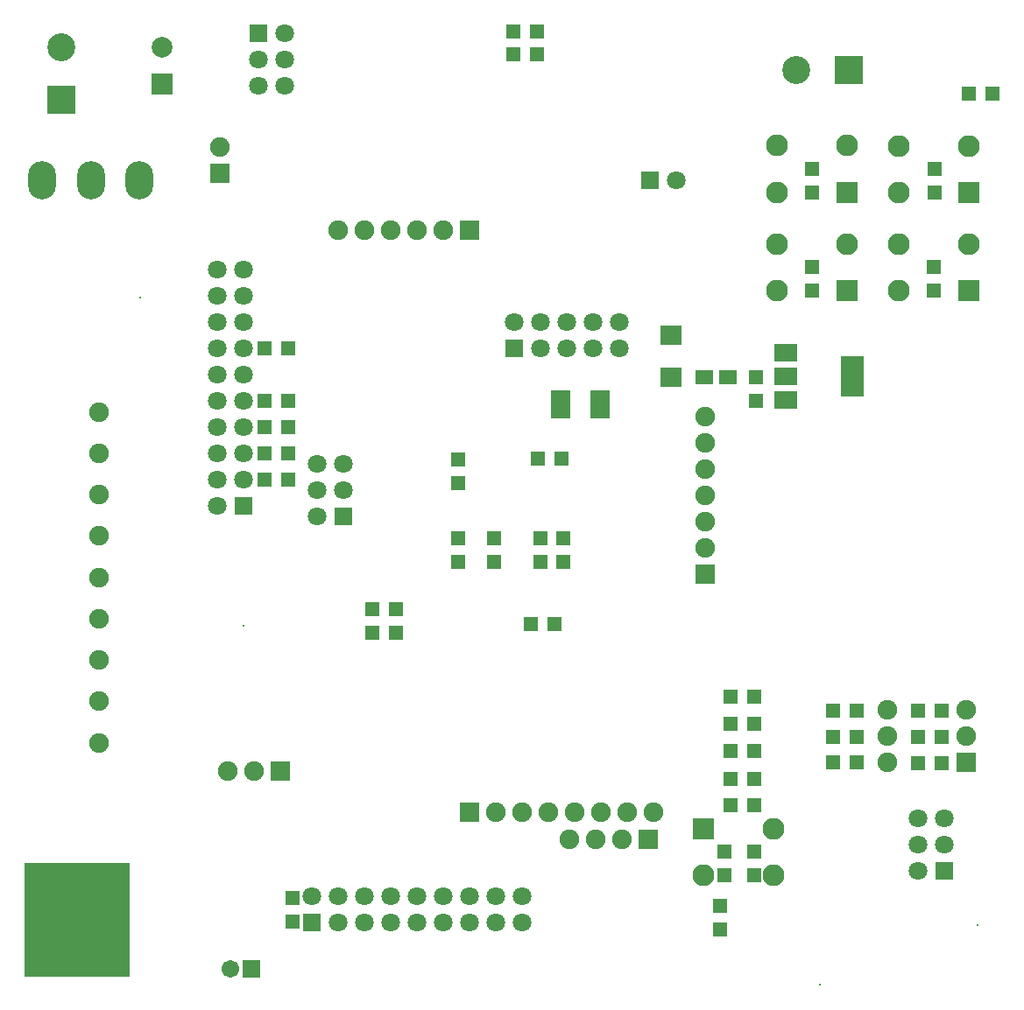
<source format=gbs>
G04*
G04 #@! TF.GenerationSoftware,Altium Limited,Altium Designer,19.0.4 (130)*
G04*
G04 Layer_Color=16711935*
%FSLAX25Y25*%
%MOIN*%
G70*
G01*
G75*
%ADD42R,0.06800X0.05800*%
%ADD43R,0.05800X0.05800*%
%ADD44R,0.05800X0.05800*%
%ADD57R,0.40170X0.43320*%
%ADD58R,0.08700X0.06700*%
%ADD59R,0.08700X0.15800*%
%ADD61C,0.07493*%
%ADD62R,0.07493X0.07493*%
%ADD63O,0.10642X0.14580*%
%ADD64R,0.07493X0.07493*%
%ADD65R,0.08280X0.08280*%
%ADD66C,0.08280*%
%ADD67C,0.07099*%
%ADD68R,0.07099X0.07099*%
%ADD69R,0.07099X0.07099*%
%ADD70C,0.00800*%
%ADD71R,0.10642X0.10642*%
%ADD72C,0.10642*%
%ADD73C,0.07887*%
%ADD74R,0.07887X0.07887*%
%ADD75C,0.06706*%
%ADD76R,0.06706X0.06706*%
%ADD77R,0.10642X0.10642*%
%ADD100R,0.07887X0.07493*%
%ADD101R,0.07800X0.10800*%
D42*
X280100Y247700D02*
D03*
X271100D02*
D03*
D43*
X361400Y100800D02*
D03*
X352399Y100801D02*
D03*
X361400Y110700D02*
D03*
X352399Y110701D02*
D03*
X361400Y120600D02*
D03*
X352399Y120601D02*
D03*
X320100Y100900D02*
D03*
X329101Y100899D02*
D03*
X320100Y110800D02*
D03*
X329101Y110799D02*
D03*
X320100Y120700D02*
D03*
X329101Y120699D02*
D03*
X281100Y125994D02*
D03*
X290101Y125994D02*
D03*
X281100Y115596D02*
D03*
X290101Y115596D02*
D03*
X281100Y105199D02*
D03*
X290101Y105198D02*
D03*
X280999Y84501D02*
D03*
X290000Y84500D02*
D03*
X281100Y94801D02*
D03*
X290101Y94800D02*
D03*
X103700Y208600D02*
D03*
X112701Y208599D02*
D03*
X103700Y218700D02*
D03*
X112701Y218699D02*
D03*
X103700Y228600D02*
D03*
X112701Y228599D02*
D03*
Y238599D02*
D03*
X103700Y238600D02*
D03*
Y258600D02*
D03*
X112701Y258599D02*
D03*
X144600Y159400D02*
D03*
X153601Y159399D02*
D03*
Y150199D02*
D03*
X144600Y150200D02*
D03*
X207400Y370600D02*
D03*
X198399Y370601D02*
D03*
X207300Y379400D02*
D03*
X198299Y379401D02*
D03*
X380600Y355800D02*
D03*
X371599Y355801D02*
D03*
X214000Y153500D02*
D03*
X204999Y153501D02*
D03*
X207599Y216501D02*
D03*
X216600Y216500D02*
D03*
D44*
X290100Y57900D02*
D03*
X290101Y66901D02*
D03*
X278900D02*
D03*
X278899Y57900D02*
D03*
X277200Y37300D02*
D03*
X277201Y46301D02*
D03*
X114499Y40399D02*
D03*
X114500Y49400D02*
D03*
X177299Y207299D02*
D03*
X177300Y216300D02*
D03*
X177301Y186401D02*
D03*
X177300Y177400D02*
D03*
X191001Y186401D02*
D03*
X191000Y177400D02*
D03*
X217301Y186401D02*
D03*
X217300Y177400D02*
D03*
X208601Y186401D02*
D03*
X208600Y177400D02*
D03*
X290900Y247700D02*
D03*
X290899Y238699D02*
D03*
X358501Y289601D02*
D03*
X358500Y280600D02*
D03*
X312001Y326901D02*
D03*
X312000Y317900D02*
D03*
X358601Y326901D02*
D03*
X358600Y317900D02*
D03*
X312101Y289701D02*
D03*
X312100Y280700D02*
D03*
D57*
X32436Y41000D02*
D03*
D58*
X302200Y247900D02*
D03*
Y238845D02*
D03*
Y256955D02*
D03*
D59*
X327554Y247833D02*
D03*
D61*
X86600Y335300D02*
D03*
X251900Y81900D02*
D03*
X241900D02*
D03*
X191900D02*
D03*
X201900D02*
D03*
X211900D02*
D03*
X221900D02*
D03*
X231900D02*
D03*
X219800Y71800D02*
D03*
X229800D02*
D03*
X239800D02*
D03*
X89900Y97600D02*
D03*
X99900D02*
D03*
X131600Y303800D02*
D03*
X141600D02*
D03*
X151600D02*
D03*
X161600D02*
D03*
X171600D02*
D03*
X340900Y110900D02*
D03*
Y100900D02*
D03*
X370900Y110900D02*
D03*
Y120900D02*
D03*
X340900D02*
D03*
X40700Y171404D02*
D03*
Y155656D02*
D03*
Y139908D02*
D03*
Y124160D02*
D03*
Y108412D02*
D03*
Y187152D02*
D03*
Y202900D02*
D03*
Y234459D02*
D03*
Y218711D02*
D03*
X271500Y232700D02*
D03*
Y182700D02*
D03*
Y192700D02*
D03*
Y202700D02*
D03*
Y212700D02*
D03*
Y222700D02*
D03*
D62*
X86600Y325300D02*
D03*
X271500Y172700D02*
D03*
D63*
X19096Y322600D02*
D03*
X37600D02*
D03*
X56104D02*
D03*
D64*
X181900Y81900D02*
D03*
X249800Y71800D02*
D03*
X109900Y97600D02*
D03*
X181600Y303800D02*
D03*
X370900Y100900D02*
D03*
D65*
X270746Y75658D02*
D03*
X325343Y318102D02*
D03*
X371800Y318002D02*
D03*
X325343Y280557D02*
D03*
X371800Y280600D02*
D03*
D66*
X270746Y57942D02*
D03*
X297518D02*
D03*
Y75658D02*
D03*
X325343Y335818D02*
D03*
X298572D02*
D03*
Y318102D02*
D03*
X371800Y335718D02*
D03*
X345028D02*
D03*
Y318002D02*
D03*
X298572Y280557D02*
D03*
Y298273D02*
D03*
X325343D02*
D03*
X345028Y280600D02*
D03*
Y298317D02*
D03*
X371800D02*
D03*
D67*
X352500Y79700D02*
D03*
X362500D02*
D03*
X352500Y69700D02*
D03*
X362500D02*
D03*
X352500Y59700D02*
D03*
X201600Y50100D02*
D03*
Y40100D02*
D03*
X181600D02*
D03*
Y50100D02*
D03*
X171600D02*
D03*
Y40100D02*
D03*
X161600Y50100D02*
D03*
Y40100D02*
D03*
X151600Y50100D02*
D03*
Y40100D02*
D03*
X141600Y50100D02*
D03*
Y40100D02*
D03*
X131600Y50100D02*
D03*
Y40100D02*
D03*
X121600Y50100D02*
D03*
X191600Y40100D02*
D03*
Y50100D02*
D03*
X111400Y358500D02*
D03*
X101400D02*
D03*
X111400Y368500D02*
D03*
X101400D02*
D03*
X111400Y378500D02*
D03*
X85600Y198600D02*
D03*
Y208600D02*
D03*
X95600D02*
D03*
Y218600D02*
D03*
Y228600D02*
D03*
Y238600D02*
D03*
Y248600D02*
D03*
Y258600D02*
D03*
Y268600D02*
D03*
Y278600D02*
D03*
Y288600D02*
D03*
X85600Y218600D02*
D03*
Y228600D02*
D03*
Y238600D02*
D03*
Y248600D02*
D03*
Y258600D02*
D03*
Y268600D02*
D03*
Y278600D02*
D03*
Y288600D02*
D03*
X123600Y194567D02*
D03*
X133600Y204567D02*
D03*
X123600D02*
D03*
X133600Y214567D02*
D03*
X123600D02*
D03*
X198800Y268600D02*
D03*
X208800Y258600D02*
D03*
Y268600D02*
D03*
X218800Y258600D02*
D03*
Y268600D02*
D03*
X228800Y258600D02*
D03*
Y268600D02*
D03*
X238800Y258600D02*
D03*
Y268600D02*
D03*
X260343Y322600D02*
D03*
D68*
X362500Y59700D02*
D03*
X101400Y378500D02*
D03*
X95600Y198600D02*
D03*
X133600Y194567D02*
D03*
D69*
X121600Y40100D02*
D03*
X198800Y258600D02*
D03*
X250500Y322600D02*
D03*
D70*
X56300Y277900D02*
D03*
X375000Y39000D02*
D03*
X315000Y16200D02*
D03*
X95800Y152900D02*
D03*
D71*
X26400Y353300D02*
D03*
D72*
Y373300D02*
D03*
X306200Y364500D02*
D03*
D73*
X64800Y373200D02*
D03*
D74*
Y359420D02*
D03*
D75*
X46216Y41000D02*
D03*
Y48874D02*
D03*
Y56748D02*
D03*
Y33126D02*
D03*
Y25252D02*
D03*
X38342Y41000D02*
D03*
Y48874D02*
D03*
Y56748D02*
D03*
Y33126D02*
D03*
Y25252D02*
D03*
X30468D02*
D03*
Y33126D02*
D03*
Y41000D02*
D03*
Y48874D02*
D03*
Y56748D02*
D03*
X22594Y41000D02*
D03*
Y33126D02*
D03*
Y25252D02*
D03*
Y48874D02*
D03*
Y56748D02*
D03*
X90875Y22400D02*
D03*
D76*
X98749D02*
D03*
D77*
X326200Y364500D02*
D03*
D100*
X258300Y263600D02*
D03*
Y247800D02*
D03*
D101*
X231400Y237300D02*
D03*
X216400Y237300D02*
D03*
M02*

</source>
